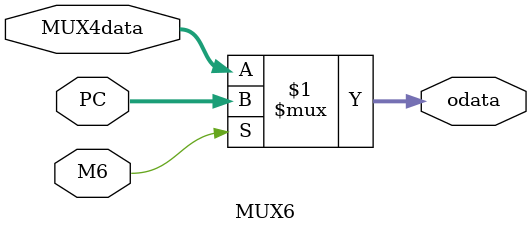
<source format=v>
`timescale 1ns / 1ps


module MUX6(
input M6,
input [31:0]MUX4data,PC,
output [31:0]odata
    );
    assign odata=M6?PC:MUX4data;
endmodule

</source>
